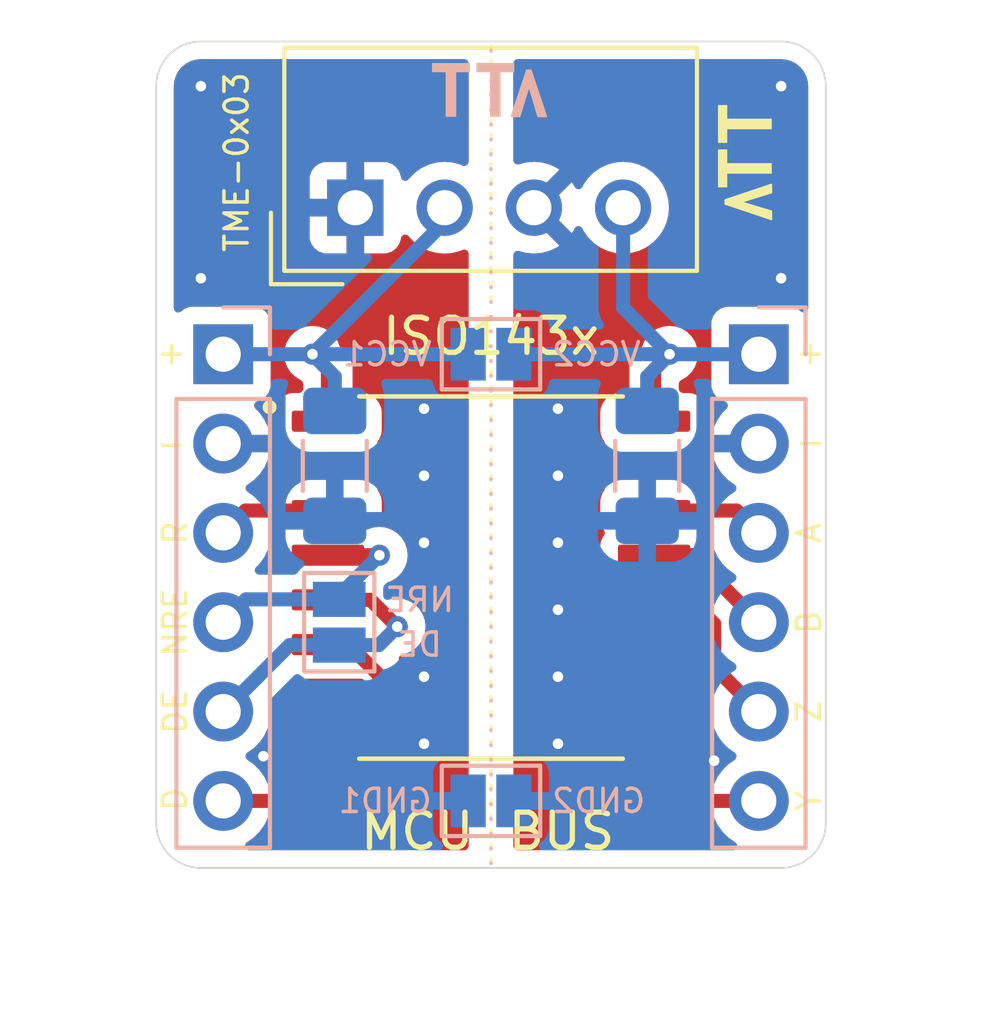
<source format=kicad_pcb>
(kicad_pcb (version 20240108) (generator "pcbnew") (generator_version "8.0")
  (layers (0 "F.Cu" signal) (31 "B.Cu" signal) (34 "B.Paste" user) (35 "F.Paste" user) (36 "B.SilkS" user "B.Silkscreen") (37 "F.SilkS" user "F.Silkscreen") (38 "B.Mask" user) (39 "F.Mask" user) (44 "Edge.Cuts" user))
  (net 0 "")
  (net 1 "VCC2")
  (net 2 "GND2")
  (net 3 "VCC")
  (net 4 "GND1")
  (net 5 "DE")
  (net 6 "A")
  (net 7 "B")
  (net 8 "D")
  (net 9 "Y")
  (net 10 "Z")
  (net 11 "NRE")
  (net 12 "R")
  (footprint "ISO1432:SOIC127P1030X265-16N" (layer "F.Cu") (at 83.82 57.15)
    (property "Reference" "U1" (hide yes))
    (property "Value" "ISO1432BDW")
    (fp_line (start -3.75 -5.15) (end 3.75 -5.15) (stroke (width 0.127)) (layer "F.SilkS"))
    (fp_line (start -3.75 5.15) (end 3.75 5.15) (stroke (width 0.127)) (layer "F.SilkS"))
    (fp_circle (center -6.3 -4.845) (end -6.2 -4.845) (stroke (width 0.2)) (fill none) (layer "F.SilkS"))
    (pad "1" smd roundrect (at -4.64 -4.445) (size 2.06 0.6) (layers "F.Cu" "F.Paste" "F.Mask") (roundrect_rratio 0.125) (net 3 "VCC"))
    (pad "2" smd roundrect (at -4.64 -3.175) (size 2.06 0.6) (layers "F.Cu" "F.Paste" "F.Mask") (roundrect_rratio 0.125) (net 4 "GND1"))
    (pad "3" smd roundrect (at -4.64 -1.905) (size 2.06 0.6) (layers "F.Cu" "F.Paste" "F.Mask") (roundrect_rratio 0.125) (net 12 "R"))
    (pad "4" smd roundrect (at -4.64 -0.635) (size 2.06 0.6) (layers "F.Cu" "F.Paste" "F.Mask") (roundrect_rratio 0.125) (net 11 "NRE"))
    (pad "5" smd roundrect (at -4.64 0.635) (size 2.06 0.6) (layers "F.Cu" "F.Paste" "F.Mask") (roundrect_rratio 0.125) (net 5 "DE"))
    (pad "6" smd roundrect (at -4.64 1.905) (size 2.06 0.6) (layers "F.Cu" "F.Paste" "F.Mask") (roundrect_rratio 0.125) (net 8 "D"))
    (pad "7" smd roundrect (at -4.64 3.175) (size 2.06 0.6) (layers "F.Cu" "F.Paste" "F.Mask") (roundrect_rratio 0.125))
    (pad "8" smd roundrect (at -4.64 4.445) (size 2.06 0.6) (layers "F.Cu" "F.Paste" "F.Mask") (roundrect_rratio 0.125) (net 4 "GND1"))
    (pad "9" smd roundrect (at 4.64 4.445) (size 2.06 0.6) (layers "F.Cu" "F.Paste" "F.Mask") (roundrect_rratio 0.125) (net 2 "GND2"))
    (pad "10" smd roundrect (at 4.64 3.175) (size 2.06 0.6) (layers "F.Cu" "F.Paste" "F.Mask") (roundrect_rratio 0.125))
    (pad "11" smd roundrect (at 4.64 1.905) (size 2.06 0.6) (layers "F.Cu" "F.Paste" "F.Mask") (roundrect_rratio 0.125) (net 9 "Y"))
    (pad "12" smd roundrect (at 4.64 0.635) (size 2.06 0.6) (layers "F.Cu" "F.Paste" "F.Mask") (roundrect_rratio 0.125) (net 10 "Z"))
    (pad "13" smd roundrect (at 4.64 -0.635) (size 2.06 0.6) (layers "F.Cu" "F.Paste" "F.Mask") (roundrect_rratio 0.125) (net 7 "B"))
    (pad "14" smd roundrect (at 4.64 -1.905) (size 2.06 0.6) (layers "F.Cu" "F.Paste" "F.Mask") (roundrect_rratio 0.125) (net 6 "A"))
    (pad "15" smd roundrect (at 4.64 -3.175) (size 2.06 0.6) (layers "F.Cu" "F.Paste" "F.Mask") (roundrect_rratio 0.125) (net 2 "GND2"))
    (pad "16" smd roundrect (at 4.64 -4.445) (size 2.06 0.6) (layers "F.Cu" "F.Paste" "F.Mask") (roundrect_rratio 0.125) (net 1 "VCC2"))
  )
  (footprint "Converter_DCDC:Converter_DCDC_TRACO_TME_03xxS_05xxS_12xxS_Single_THT" (layer "F.Cu") (at 79.9592 46.6344 90)
    (property "Reference" "U2" (hide yes))
    (property "Value" "TME-0305S")
    (fp_line (start -2.175 -2.4) (end -0.141667 -2.4) (stroke (width 0.12)) (layer "F.SilkS"))
    (fp_line (start 4.545 -2.02) (end 4.545 9.72) (stroke (width 0.12)) (layer "F.SilkS"))
    (fp_line (start -1.795 -2.02) (end 4.545 -2.02) (stroke (width 0.12)) (layer "F.SilkS"))
    (fp_line (start -1.795 -2.02) (end -1.795 9.72) (stroke (width 0.12)) (layer "F.SilkS"))
    (fp_line (start -2.175 -0.366667) (end -2.175 -2.4) (stroke (width 0.12)) (layer "F.SilkS"))
    (fp_line (start -1.795 9.72) (end 4.545 9.72) (stroke (width 0.12)) (layer "F.SilkS"))
    (pad "1" thru_hole rect (at 0 0 90) (size 1.6 1.6) (drill 1) (layers "*.Cu" "*.Mask") (net 4 "GND1"))
    (pad "2" thru_hole circle (at 0 2.54 90) (size 1.6 1.6) (drill 1) (layers "*.Cu" "*.Mask") (net 3 "VCC"))
    (pad "3" thru_hole circle (at 0 5.08 90) (size 1.6 1.6) (drill 1) (layers "*.Cu" "*.Mask") (net 2 "GND2"))
    (pad "4" thru_hole circle (at 0 7.62 90) (size 1.6 1.6) (drill 1) (layers "*.Cu" "*.Mask") (net 1 "VCC2"))
  )
  (footprint "Jumper:SolderJumper-2_P1.3mm_Open_Pad1.0x1.5mm" (layer "B.Cu") (at 79.502 58.42 -90)
    (property "Reference" "JP1" (hide yes))
    (property "Value" "Jumper_2_Open")
    (fp_line (start -1.4 1) (end -1.4 -1) (stroke (width 0.12)) (layer "B.SilkS"))
    (fp_line (start 1.4 1) (end -1.4 1) (stroke (width 0.12)) (layer "B.SilkS"))
    (fp_line (start -1.4 -1) (end 1.4 -1) (stroke (width 0.12)) (layer "B.SilkS"))
    (fp_line (start 1.4 -1) (end 1.4 1) (stroke (width 0.12)) (layer "B.SilkS"))
    (pad "1" smd rect (at -0.65 0 270) (size 1 1.5) (layers "B.Cu" "B.Mask") (net 11 "NRE"))
    (pad "2" smd rect (at 0.65 0 270) (size 1 1.5) (layers "B.Cu" "B.Mask") (net 5 "DE"))
  )
  (footprint "Capacitor_SMD:C_1206_3216Metric_Pad1.33x1.80mm_HandSolder" (layer "B.Cu") (at 79.375 53.975 -90)
    (property "Reference" "C2" (hide yes))
    (property "Value" "0.1uF")
    (fp_line (start 0.711252 0.91) (end -0.711252 0.91) (stroke (width 0.12)) (layer "B.SilkS"))
    (fp_line (start 0.711252 -0.91) (end -0.711252 -0.91) (stroke (width 0.12)) (layer "B.SilkS"))
    (pad "1" smd roundrect (at -1.5625 0 270) (size 1.325 1.8) (layers "B.Cu" "B.Paste" "B.Mask") (roundrect_rratio 0.188679) (net 3 "VCC"))
    (pad "2" smd roundrect (at 1.5625 0 270) (size 1.325 1.8) (layers "B.Cu" "B.Paste" "B.Mask") (roundrect_rratio 0.188679) (net 4 "GND1"))
  )
  (footprint "Jumper:SolderJumper-2_P1.3mm_Open_Pad1.0x1.5mm" (layer "B.Cu") (at 83.82 50.8)
    (property "Reference" "JP2" (hide yes))
    (property "Value" "Jumper_2_Open")
    (fp_line (start -1.4 -1) (end 1.4 -1) (stroke (width 0.12)) (layer "B.SilkS"))
    (fp_line (start -1.4 1) (end -1.4 -1) (stroke (width 0.12)) (layer "B.SilkS"))
    (fp_line (start 1.4 -1) (end 1.4 1) (stroke (width 0.12)) (layer "B.SilkS"))
    (fp_line (start 1.4 1) (end -1.4 1) (stroke (width 0.12)) (layer "B.SilkS"))
    (pad "1" smd rect (at -0.65 0) (size 1 1.5) (layers "B.Cu" "B.Mask") (net 3 "VCC"))
    (pad "2" smd rect (at 0.65 0) (size 1 1.5) (layers "B.Cu" "B.Mask") (net 1 "VCC2"))
  )
  (footprint "Connector_PinHeader_2.54mm:PinHeader_1x06_P2.54mm_Vertical" (layer "B.Cu") (at 76.2 50.8 180)
    (property "Reference" "J1" (hide yes))
    (property "Value" "Conn_01x06")
    (fp_line (start 1.33 -1.27) (end -1.33 -1.27) (stroke (width 0.12)) (layer "B.SilkS"))
    (fp_line (start 1.33 -14.03) (end 1.33 -1.27) (stroke (width 0.12)) (layer "B.SilkS"))
    (fp_line (start 1.33 -14.03) (end -1.33 -14.03) (stroke (width 0.12)) (layer "B.SilkS"))
    (fp_line (start 0 1.33) (end -1.33 1.33) (stroke (width 0.12)) (layer "B.SilkS"))
    (fp_line (start -1.33 1.33) (end -1.33 0) (stroke (width 0.12)) (layer "B.SilkS"))
    (fp_line (start -1.33 -14.03) (end -1.33 -1.27) (stroke (width 0.12)) (layer "B.SilkS"))
    (pad "1" thru_hole rect (at 0 0 180) (size 1.7 1.7) (drill 1) (layers "*.Cu" "*.Mask") (net 3 "VCC"))
    (pad "2" thru_hole oval (at 0 -2.54 180) (size 1.7 1.7) (drill 1) (layers "*.Cu" "*.Mask") (net 4 "GND1"))
    (pad "3" thru_hole oval (at 0 -5.08 180) (size 1.7 1.7) (drill 1) (layers "*.Cu" "*.Mask") (net 12 "R"))
    (pad "4" thru_hole oval (at 0 -7.62 180) (size 1.7 1.7) (drill 1) (layers "*.Cu" "*.Mask") (net 11 "NRE"))
    (pad "5" thru_hole oval (at 0 -10.16 180) (size 1.7 1.7) (drill 1) (layers "*.Cu" "*.Mask") (net 5 "DE"))
    (pad "6" thru_hole oval (at 0 -12.7 180) (size 1.7 1.7) (drill 1) (layers "*.Cu" "*.Mask") (net 8 "D"))
  )
  (footprint "Capacitor_SMD:C_1206_3216Metric_Pad1.33x1.80mm_HandSolder" (layer "B.Cu") (at 88.265 53.975 -90)
    (property "Reference" "C1" (hide yes))
    (property "Value" "0.1uF")
    (fp_line (start 0.711252 0.91) (end -0.711252 0.91) (stroke (width 0.12)) (layer "B.SilkS"))
    (fp_line (start 0.711252 -0.91) (end -0.711252 -0.91) (stroke (width 0.12)) (layer "B.SilkS"))
    (pad "1" smd roundrect (at -1.5625 0 270) (size 1.325 1.8) (layers "B.Cu" "B.Paste" "B.Mask") (roundrect_rratio 0.188679) (net 1 "VCC2"))
    (pad "2" smd roundrect (at 1.5625 0 270) (size 1.325 1.8) (layers "B.Cu" "B.Paste" "B.Mask") (roundrect_rratio 0.188679) (net 2 "GND2"))
  )
  (footprint "Connector_PinHeader_2.54mm:PinHeader_1x06_P2.54mm_Vertical" (layer "B.Cu") (at 91.44 50.8 180)
    (property "Reference" "J2" (hide yes))
    (property "Value" "Conn_01x06")
    (fp_line (start 1.33 -1.27) (end -1.33 -1.27) (stroke (width 0.12)) (layer "B.SilkS"))
    (fp_line (start 1.33 -14.03) (end 1.33 -1.27) (stroke (width 0.12)) (layer "B.SilkS"))
    (fp_line (start 1.33 -14.03) (end -1.33 -14.03) (stroke (width 0.12)) (layer "B.SilkS"))
    (fp_line (start 0 1.33) (end -1.33 1.33) (stroke (width 0.12)) (layer "B.SilkS"))
    (fp_line (start -1.33 1.33) (end -1.33 0) (stroke (width 0.12)) (layer "B.SilkS"))
    (fp_line (start -1.33 -14.03) (end -1.33 -1.27) (stroke (width 0.12)) (layer "B.SilkS"))
    (pad "1" thru_hole rect (at 0 0 180) (size 1.7 1.7) (drill 1) (layers "*.Cu" "*.Mask") (net 1 "VCC2"))
    (pad "2" thru_hole oval (at 0 -2.54 180) (size 1.7 1.7) (drill 1) (layers "*.Cu" "*.Mask") (net 2 "GND2"))
    (pad "3" thru_hole oval (at 0 -5.08 180) (size 1.7 1.7) (drill 1) (layers "*.Cu" "*.Mask") (net 6 "A"))
    (pad "4" thru_hole oval (at 0 -7.62 180) (size 1.7 1.7) (drill 1) (layers "*.Cu" "*.Mask") (net 7 "B"))
    (pad "5" thru_hole oval (at 0 -10.16 180) (size 1.7 1.7) (drill 1) (layers "*.Cu" "*.Mask") (net 10 "Z"))
    (pad "6" thru_hole oval (at 0 -12.7 180) (size 1.7 1.7) (drill 1) (layers "*.Cu" "*.Mask") (net 9 "Y"))
  )
  (footprint "Jumper:SolderJumper-2_P1.3mm_Open_Pad1.0x1.5mm" (layer "B.Cu") (at 83.82 63.5)
    (property "Reference" "JP3" (hide yes))
    (property "Value" "Jumper_2_Open")
    (fp_line (start -1.4 -1) (end 1.4 -1) (stroke (width 0.12)) (layer "B.SilkS"))
    (fp_line (start -1.4 1) (end -1.4 -1) (stroke (width 0.12)) (layer "B.SilkS"))
    (fp_line (start 1.4 -1) (end 1.4 1) (stroke (width 0.12)) (layer "B.SilkS"))
    (fp_line (start 1.4 1) (end -1.4 1) (stroke (width 0.12)) (layer "B.SilkS"))
    (pad "1" smd rect (at -0.65 0) (size 1 1.5) (layers "B.Cu" "B.Mask") (net 4 "GND1"))
    (pad "2" smd rect (at 0.65 0) (size 1 1.5) (layers "B.Cu" "B.Mask") (net 2 "GND2"))
  )
  (gr_poly (pts (xy 84.402 44.038001) (xy 84.841999 42.728) (xy 84.951999 42.728) (xy 85.391999 44.038) (xy 85.161999 44.038001) (xy 84.901999 43.167999) (xy 84.632 44.037999)) (stroke (width 0.05)) (fill solid) (layer "B.SilkS"))
  (gr_line (start 83.82 42.164) (end 83.82 65.3796) (stroke (width 0.1) (type dot)) (layer "B.SilkS"))
  (gr_line (start 83.82 42.037) (end 83.82 49.403) (stroke (width 0.1) (type dot)) (layer "F.SilkS"))
  (gr_poly (pts (xy 91.796001 45.976) (xy 90.486 46.416) (xy 90.486 46.526) (xy 91.796 46.966) (xy 91.796001 46.736) (xy 90.926 46.476) (xy 91.796 46.206)) (stroke (width 0.05)) (fill solid) (layer "F.SilkS"))
  (gr_line (start 83.82 51.308) (end 83.82 65.278) (stroke (width 0.1) (type dot)) (layer "F.SilkS"))
  (gr_arc (start 74.295 43.18) (mid 74.666974 42.281974) (end 75.565 41.91) (stroke (width 0.05)) (layer "Edge.Cuts"))
  (gr_arc (start 93.345 64.135) (mid 92.973026 65.033026) (end 92.075 65.405) (stroke (width 0.05)) (layer "Edge.Cuts"))
  (gr_arc (start 92.075 41.91) (mid 92.973026 42.281974) (end 93.345 43.18) (stroke (width 0.05)) (layer "Edge.Cuts"))
  (gr_line (start 92.075 65.405) (end 75.565 65.405) (stroke (width 0.05)) (layer "Edge.Cuts"))
  (gr_line (start 93.345 43.18) (end 93.345 64.135) (stroke (width 0.05)) (layer "Edge.Cuts"))
  (gr_arc (start 75.565 65.405) (mid 74.666974 65.033026) (end 74.295 64.135) (stroke (width 0.05)) (layer "Edge.Cuts"))
  (gr_line (start 74.295 64.135) (end 74.295 43.18) (stroke (width 0.05)) (layer "Edge.Cuts"))
  (gr_line (start 75.565 41.91) (end 92.075 41.91) (stroke (width 0.05)) (layer "Edge.Cuts"))
  (gr_text "TT" (at 83.312 43.428 0) (layer "B.SilkS") (effects (font (size 1.5 1.5) (thickness 0.3) (bold yes)) (justify mirror)))
  (gr_text "DE" (at 81.788 59.055 0) (layer "B.SilkS") (effects (font (size 0.66 0.66) (thickness 0.1)) (justify mirror)))
  (gr_text "GND2" (at 85.4964 63.5 0) (layer "B.SilkS") (effects (font (size 0.66 0.66) (thickness 0.1)) (justify right mirror)))
  (gr_text "VCC1" (at 82.1944 50.8 0) (layer "B.SilkS") (effects (font (size 0.66 0.66) (thickness 0.1)) (justify left mirror)))
  (gr_text "GND1" (at 82.1944 63.5 0) (layer "B.SilkS") (effects (font (size 0.66 0.66) (thickness 0.1)) (justify left mirror)))
  (gr_text "VCC2" (at 85.4964 50.8 0) (layer "B.SilkS") (effects (font (size 0.66 0.66) (thickness 0.1)) (justify right mirror)))
  (gr_text "NRE" (at 81.788 57.785 0) (layer "B.SilkS") (effects (font (size 0.66 0.66) (thickness 0.1)) (justify mirror)))
  (gr_text "TT" (at 91.186 44.886 90) (layer "F.SilkS") (effects (font (size 1.5 1.5) (thickness 0.3) (bold yes))))
  (gr_text "ISO143x" (at 83.82 50.292 0) (layer "F.SilkS") (effects (font (size 1 1))))
  (gr_text "NRE" (at 74.8284 58.42 90) (layer "F.SilkS") (effects (font (size 0.66 0.66) (thickness 0.1))))
  (gr_text "Z" (at 92.8624 60.96 90) (layer "F.SilkS") (effects (font (size 0.66 0.66) (thickness 0.1))))
  (gr_text "A" (at 92.8624 55.88 90) (layer "F.SilkS") (effects (font (size 0.66 0.66) (thickness 0.1))))
  (gr_text "DE" (at 74.8284 60.96 90) (layer "F.SilkS") (effects (font (size 0.66 0.66) (thickness 0.1))))
  (gr_text "Y" (at 92.8624 63.5 90) (layer "F.SilkS") (effects (font (size 0.66 0.66) (thickness 0.1))))
  (gr_text "BUS" (at 84.2264 64.3636 0) (layer "F.SilkS") (effects (font (size 1 1)) (justify left)))
  (gr_text "TME-0x03" (at 76.581 45.339 90) (layer "F.SilkS") (effects (font (size 0.66 0.66) (thickness 0.1))))
  (gr_text "R" (at 74.8284 55.88 90) (layer "F.SilkS") (effects (font (size 0.66 0.66) (thickness 0.1))))
  (gr_text "+" (at 74.7268 50.7492 0) (layer "F.SilkS") (effects (font (size 0.66 0.66) (thickness 0.1))))
  (gr_text "-" (at 92.9132 53.3908 180) (layer "F.SilkS") (effects (font (size 0.66 0.66) (thickness 0.1))))
  (gr_text "+" (at 92.8624 50.8 90) (layer "F.SilkS") (effects (font (size 0.66 0.66) (thickness 0.1))))
  (gr_text "B" (at 92.8624 58.42 90) (layer "F.SilkS") (effects (font (size 0.66 0.66) (thickness 0.1))))
  (gr_text "D" (at 74.8284 63.4492 90) (layer "F.SilkS") (effects (font (size 0.66 0.66) (thickness 0.1))))
  (gr_text "MCU" (at 83.4136 64.3636 0) (layer "F.SilkS") (effects (font (size 1 1)) (justify right)))
  (gr_text "-" (at 74.7268 53.34 0) (layer "F.SilkS") (effects (font (size 0.66 0.66) (thickness 0.1))))
  (segment (start 88.9 50.8) (end 88.46 51.24) (width 0.4) (layer "F.Cu") (net 1))
  (segment (start 88.46 51.24) (end 88.46 52.705) (width 0.4) (layer "F.Cu") (net 1))
  (via (at 88.9 50.8) (size 0.6) (drill 0.3) (layers "F.Cu" "B.Cu") (net 1))
  (segment (start 87.5792 49.4792) (end 87.5792 46.6344) (width 0.4) (layer "B.Cu") (net 1))
  (segment (start 84.47 50.8) (end 88.9 50.8) (width 0.4) (layer "B.Cu") (net 1))
  (segment (start 88.265 51.435) (end 88.9 50.8) (width 0.4) (layer "B.Cu") (net 1))
  (segment (start 88.265 52.324) (end 88.265 51.435) (width 0.4) (layer "B.Cu") (net 1))
  (segment (start 88.9 50.8) (end 91.44 50.8) (width 0.4) (layer "B.Cu") (net 1))
  (segment (start 88.9 50.8) (end 87.5792 49.4792) (width 0.4) (layer "B.Cu") (net 1))
  (via (at 85.725 61.8744) (size 0.7) (drill 0.3) (layers "F.Cu" "B.Cu") (net 2))
  (via (at 85.725 59.9694) (size 0.7) (drill 0.3) (layers "F.Cu" "B.Cu") (net 2))
  (via (at 92.075 48.641) (size 0.7) (drill 0.3) (layers "F.Cu" "B.Cu") (net 2))
  (via (at 85.725 58.0644) (size 0.7) (drill 0.3) (layers "F.Cu" "B.Cu") (net 2))
  (via (at 85.725 56.1594) (size 0.7) (drill 0.3) (layers "F.Cu" "B.Cu") (net 2))
  (via (at 85.725 54.2544) (size 0.7) (drill 0.3) (layers "F.Cu" "B.Cu") (net 2))
  (via (at 90.17 62.357) (size 0.7) (drill 0.3) (layers "F.Cu" "B.Cu") (net 2))
  (via (at 85.725 52.3494) (size 0.7) (drill 0.3) (layers "F.Cu" "B.Cu") (net 2))
  (via (at 92.075 43.18) (size 0.7) (drill 0.3) (layers "F.Cu" "B.Cu") (net 2))
  (segment (start 79.18 51.24) (end 79.18 52.705) (width 0.4) (layer "F.Cu") (net 3))
  (segment (start 78.74 50.8) (end 79.18 51.24) (width 0.4) (layer "F.Cu") (net 3))
  (via (at 78.74 50.8) (size 0.6) (drill 0.3) (layers "F.Cu" "B.Cu") (net 3))
  (segment (start 82.4992 47.0408) (end 82.4992 46.6344) (width 0.4) (layer "B.Cu") (net 3))
  (segment (start 78.74 50.8) (end 82.4992 47.0408) (width 0.4) (layer "B.Cu") (net 3))
  (segment (start 83.17 50.8) (end 78.74 50.8) (width 0.4) (layer "B.Cu") (net 3))
  (segment (start 79.375 52.324) (end 79.375 51.435) (width 0.4) (layer "B.Cu") (net 3))
  (segment (start 78.74 50.8) (end 76.2 50.8) (width 0.4) (layer "B.Cu") (net 3))
  (segment (start 79.375 51.435) (end 78.74 50.8) (width 0.4) (layer "B.Cu") (net 3))
  (via (at 81.915 59.9694) (size 0.7) (drill 0.3) (layers "F.Cu" "B.Cu") (net 4))
  (via (at 81.915 54.2544) (size 0.7) (drill 0.3) (layers "F.Cu" "B.Cu") (net 4))
  (via (at 81.915 52.3494) (size 0.7) (drill 0.3) (layers "F.Cu" "B.Cu") (net 4))
  (via (at 81.915 56.1594) (size 0.7) (drill 0.3) (layers "F.Cu" "B.Cu") (net 4))
  (via (at 77.343 62.23) (size 0.7) (drill 0.3) (layers "F.Cu" "B.Cu") (net 4))
  (via (at 75.565 48.641) (size 0.7) (drill 0.3) (layers "F.Cu" "B.Cu") (net 4))
  (via (at 81.915 61.8744) (size 0.7) (drill 0.3) (layers "F.Cu" "B.Cu") (net 4))
  (via (at 75.565 43.18) (size 0.7) (drill 0.3) (layers "F.Cu" "B.Cu") (net 4))
  (segment (start 80.391 57.785) (end 79.18 57.785) (width 0.4) (layer "F.Cu") (net 5))
  (segment (start 81.153 58.547) (end 80.391 57.785) (width 0.4) (layer "F.Cu") (net 5))
  (via (at 81.153 58.547) (size 0.6) (drill 0.3) (layers "F.Cu" "B.Cu") (net 5))
  (segment (start 81.153 58.547) (end 80.63 59.07) (width 0.4) (layer "B.Cu") (net 5))
  (segment (start 76.2 60.96) (end 78.09 59.07) (width 0.4) (layer "B.Cu") (net 5))
  (segment (start 78.09 59.07) (end 79.502 59.07) (width 0.4) (layer "B.Cu") (net 5))
  (segment (start 80.63 59.07) (end 79.502 59.07) (width 0.4) (layer "B.Cu") (net 5))
  (segment (start 90.805 55.245) (end 91.44 55.88) (width 0.4) (layer "F.Cu") (net 6))
  (segment (start 88.46 55.245) (end 90.805 55.245) (width 0.4) (layer "F.Cu") (net 6))
  (segment (start 89.535 56.515) (end 91.44 58.42) (width 0.4) (layer "F.Cu") (net 7))
  (segment (start 88.46 56.515) (end 89.535 56.515) (width 0.4) (layer "F.Cu") (net 7))
  (segment (start 79.12883 63.5) (end 80.645 61.98383) (width 0.4) (layer "F.Cu") (net 8))
  (segment (start 80.645 59.93617) (end 79.76383 59.055) (width 0.4) (layer "F.Cu") (net 8))
  (segment (start 80.645 61.98383) (end 80.645 59.93617) (width 0.4) (layer "F.Cu") (net 8))
  (segment (start 76.2 63.5) (end 79.12883 63.5) (width 0.4) (layer "F.Cu") (net 8))
  (segment (start 79.76383 59.055) (end 79.18 59.055) (width 0.4) (layer "F.Cu") (net 8))
  (segment (start 88.46 59.055) (end 87.430001 59.055) (width 0.4) (layer "F.Cu") (net 9))
  (segment (start 88.51117 63.5) (end 91.44 63.5) (width 0.4) (layer "F.Cu") (net 9))
  (segment (start 87.430001 59.055) (end 86.995 59.490001) (width 0.4) (layer "F.Cu") (net 9))
  (segment (start 86.995 61.98383) (end 88.51117 63.5) (width 0.4) (layer "F.Cu") (net 9))
  (segment (start 86.995 59.490001) (end 86.995 61.98383) (width 0.4) (layer "F.Cu") (net 9))
  (segment (start 89.489999 57.785) (end 90.17 58.465001) (width 0.4) (layer "F.Cu") (net 10))
  (segment (start 90.17 59.69) (end 91.44 60.96) (width 0.4) (layer "F.Cu") (net 10))
  (segment (start 90.17 58.465001) (end 90.17 59.69) (width 0.4) (layer "F.Cu") (net 10))
  (segment (start 88.46 57.785) (end 89.489999 57.785) (width 0.4) (layer "F.Cu") (net 10))
  (segment (start 80.645 56.515) (end 79.18 56.515) (width 0.4) (layer "F.Cu") (net 11))
  (via (at 80.645 56.515) (size 0.6) (drill 0.3) (layers "F.Cu" "B.Cu") (net 11))
  (segment (start 79.502 57.77) (end 79.502 57.658) (width 0.4) (layer "B.Cu") (net 11))
  (segment (start 79.502 57.658) (end 80.645 56.515) (width 0.4) (layer "B.Cu") (net 11))
  (segment (start 76.2 58.42) (end 76.85 57.77) (width 0.4) (layer "B.Cu") (net 11))
  (segment (start 76.85 57.77) (end 79.502 57.77) (width 0.4) (layer "B.Cu") (net 11))
  (segment (start 79.2226 57.785) (end 79.1972 57.8104) (width 0.4) (layer "B.Cu") (net 11))
  (segment (start 79.18 55.245) (end 76.835 55.245) (width 0.4) (layer "F.Cu") (net 12))
  (segment (start 76.835 55.245) (end 76.2 55.88) (width 0.4) (layer "F.Cu") (net 12))
  (zone (net 2) (net_name "GND2") (layers "F&B.Cu") (connect_pads (clearance 0.5)) (min_thickness 0.25) (fill yes (thermal_gap 0.5) (thermal_bridge_width 0.5))
    (polygon (pts (xy 84.455 69.85) (xy 84.455 41.91) (xy 97.79 41.91) (xy 97.79 69.85)))
  )
  (zone (net 4) (net_name "GND1") (layers "F&B.Cu") (connect_pads (clearance 0.5)) (min_thickness 0.25) (fill yes (thermal_gap 0.5) (thermal_bridge_width 0.5))
    (polygon (pts (xy 69.85 69.85) (xy 69.85 41.91) (xy 83.185 41.91) (xy 83.185 69.85)))
  )
)
</source>
